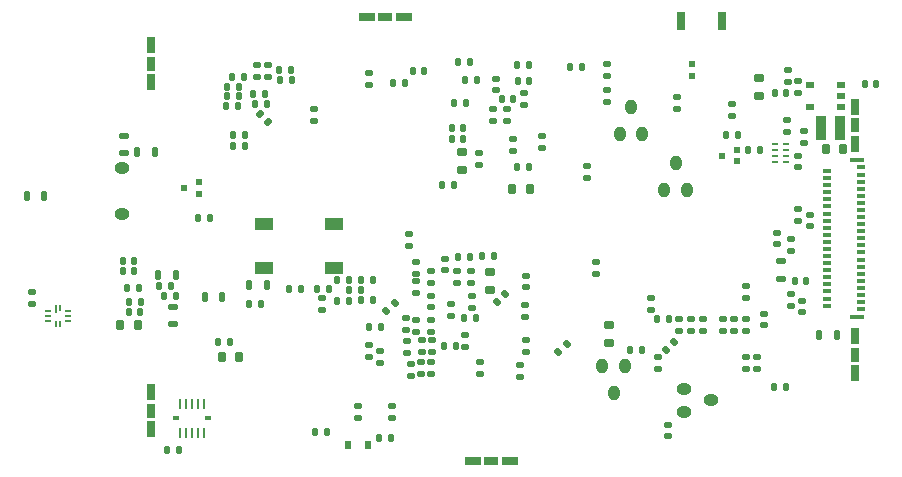
<source format=gbp>
G04*
G04 #@! TF.GenerationSoftware,Altium Limited,Altium Designer,22.2.1 (43)*
G04*
G04 Layer_Color=128*
%FSLAX25Y25*%
%MOIN*%
G70*
G04*
G04 #@! TF.SameCoordinates,78EA78F8-FF88-446E-916A-2EA80F8DE5DB*
G04*
G04*
G04 #@! TF.FilePolarity,Positive*
G04*
G01*
G75*
%ADD26R,0.02362X0.01969*%
G04:AMPARAMS|DCode=27|XSize=23.62mil|YSize=19.68mil|CornerRadius=3.94mil|HoleSize=0mil|Usage=FLASHONLY|Rotation=90.000|XOffset=0mil|YOffset=0mil|HoleType=Round|Shape=RoundedRectangle|*
%AMROUNDEDRECTD27*
21,1,0.02362,0.01181,0,0,90.0*
21,1,0.01575,0.01968,0,0,90.0*
1,1,0.00787,0.00591,0.00787*
1,1,0.00787,0.00591,-0.00787*
1,1,0.00787,-0.00591,-0.00787*
1,1,0.00787,-0.00591,0.00787*
%
%ADD27ROUNDEDRECTD27*%
%ADD33R,0.02559X0.01181*%
G04:AMPARAMS|DCode=34|XSize=23.62mil|YSize=19.68mil|CornerRadius=3.94mil|HoleSize=0mil|Usage=FLASHONLY|Rotation=180.000|XOffset=0mil|YOffset=0mil|HoleType=Round|Shape=RoundedRectangle|*
%AMROUNDEDRECTD34*
21,1,0.02362,0.01181,0,0,180.0*
21,1,0.01575,0.01968,0,0,180.0*
1,1,0.00787,-0.00787,0.00591*
1,1,0.00787,0.00787,0.00591*
1,1,0.00787,0.00787,-0.00591*
1,1,0.00787,-0.00787,-0.00591*
%
%ADD34ROUNDEDRECTD34*%
%ADD36R,0.03150X0.05512*%
%ADD37R,0.03150X0.04921*%
%ADD38R,0.05512X0.03150*%
%ADD39R,0.04921X0.03150*%
%ADD55R,0.01968X0.02362*%
%ADD64R,0.04528X0.01181*%
%ADD65R,0.03150X0.01181*%
G04:AMPARAMS|DCode=66|XSize=31.5mil|YSize=19.68mil|CornerRadius=2.76mil|HoleSize=0mil|Usage=FLASHONLY|Rotation=180.000|XOffset=0mil|YOffset=0mil|HoleType=Round|Shape=RoundedRectangle|*
%AMROUNDEDRECTD66*
21,1,0.03150,0.01417,0,0,180.0*
21,1,0.02598,0.01968,0,0,180.0*
1,1,0.00551,-0.01299,0.00709*
1,1,0.00551,0.01299,0.00709*
1,1,0.00551,0.01299,-0.00709*
1,1,0.00551,-0.01299,-0.00709*
%
%ADD66ROUNDEDRECTD66*%
G04:AMPARAMS|DCode=67|XSize=31.5mil|YSize=19.68mil|CornerRadius=2.76mil|HoleSize=0mil|Usage=FLASHONLY|Rotation=270.000|XOffset=0mil|YOffset=0mil|HoleType=Round|Shape=RoundedRectangle|*
%AMROUNDEDRECTD67*
21,1,0.03150,0.01417,0,0,270.0*
21,1,0.02598,0.01968,0,0,270.0*
1,1,0.00551,-0.00709,-0.01299*
1,1,0.00551,-0.00709,0.01299*
1,1,0.00551,0.00709,0.01299*
1,1,0.00551,0.00709,-0.01299*
%
%ADD67ROUNDEDRECTD67*%
G04:AMPARAMS|DCode=68|XSize=23.62mil|YSize=19.68mil|CornerRadius=3.94mil|HoleSize=0mil|Usage=FLASHONLY|Rotation=45.000|XOffset=0mil|YOffset=0mil|HoleType=Round|Shape=RoundedRectangle|*
%AMROUNDEDRECTD68*
21,1,0.02362,0.01181,0,0,45.0*
21,1,0.01575,0.01968,0,0,45.0*
1,1,0.00787,0.00974,0.00139*
1,1,0.00787,-0.00139,-0.00974*
1,1,0.00787,-0.00974,-0.00139*
1,1,0.00787,0.00139,0.00974*
%
%ADD68ROUNDEDRECTD68*%
G04:AMPARAMS|DCode=69|XSize=35.43mil|YSize=23.62mil|CornerRadius=4.72mil|HoleSize=0mil|Usage=FLASHONLY|Rotation=270.000|XOffset=0mil|YOffset=0mil|HoleType=Round|Shape=RoundedRectangle|*
%AMROUNDEDRECTD69*
21,1,0.03543,0.01417,0,0,270.0*
21,1,0.02598,0.02362,0,0,270.0*
1,1,0.00945,-0.00709,-0.01299*
1,1,0.00945,-0.00709,0.01299*
1,1,0.00945,0.00709,0.01299*
1,1,0.00945,0.00709,-0.01299*
%
%ADD69ROUNDEDRECTD69*%
%ADD71R,0.03346X0.07874*%
G04:AMPARAMS|DCode=72|XSize=35.43mil|YSize=23.62mil|CornerRadius=4.72mil|HoleSize=0mil|Usage=FLASHONLY|Rotation=180.000|XOffset=0mil|YOffset=0mil|HoleType=Round|Shape=RoundedRectangle|*
%AMROUNDEDRECTD72*
21,1,0.03543,0.01417,0,0,180.0*
21,1,0.02598,0.02362,0,0,180.0*
1,1,0.00945,-0.01299,0.00709*
1,1,0.00945,0.01299,0.00709*
1,1,0.00945,0.01299,-0.00709*
1,1,0.00945,-0.01299,-0.00709*
%
%ADD72ROUNDEDRECTD72*%
%ADD154O,0.05000X0.04000*%
%ADD155O,0.04000X0.05000*%
G04:AMPARAMS|DCode=156|XSize=23.62mil|YSize=19.68mil|CornerRadius=3.94mil|HoleSize=0mil|Usage=FLASHONLY|Rotation=315.000|XOffset=0mil|YOffset=0mil|HoleType=Round|Shape=RoundedRectangle|*
%AMROUNDEDRECTD156*
21,1,0.02362,0.01181,0,0,315.0*
21,1,0.01575,0.01968,0,0,315.0*
1,1,0.00787,0.00139,-0.00974*
1,1,0.00787,-0.00974,0.00139*
1,1,0.00787,-0.00139,0.00974*
1,1,0.00787,0.00974,-0.00139*
%
%ADD156ROUNDEDRECTD156*%
%ADD158R,0.02224X0.00787*%
%ADD159R,0.00984X0.03248*%
%ADD160R,0.01870X0.01181*%
%ADD161R,0.05906X0.04134*%
%ADD162R,0.03150X0.02362*%
%ADD163R,0.02217X0.00866*%
%ADD164R,0.00866X0.02217*%
%ADD165R,0.00866X0.02610*%
%ADD166R,0.02362X0.03150*%
%ADD167R,0.03150X0.06299*%
%ADD168O,0.05000X0.04000*%
D26*
X72579Y94051D02*
D03*
X67461Y96020D02*
D03*
X72579Y97989D02*
D03*
X246761Y106880D02*
D03*
X251879Y108849D02*
D03*
Y104911D02*
D03*
D27*
X259629Y108800D02*
D03*
X94459Y127297D02*
D03*
X90522D02*
D03*
X225276Y52323D02*
D03*
X61992Y8760D02*
D03*
X65929D02*
D03*
X255692Y108800D02*
D03*
X271102Y65116D02*
D03*
X82992Y44826D02*
D03*
X79055D02*
D03*
X220315Y42165D02*
D03*
X216378D02*
D03*
X252150Y113820D02*
D03*
X248213D02*
D03*
X93268Y57480D02*
D03*
X89331D02*
D03*
X76260Y86221D02*
D03*
X72323D02*
D03*
X53307Y57992D02*
D03*
X49370D02*
D03*
X49092Y54580D02*
D03*
X53029D02*
D03*
X59324Y63472D02*
D03*
X63261D02*
D03*
X51024Y68347D02*
D03*
X47087D02*
D03*
X52480Y62598D02*
D03*
X48543D02*
D03*
X60905Y59921D02*
D03*
X64842D02*
D03*
X115959Y62497D02*
D03*
X112022D02*
D03*
X102722D02*
D03*
X106659D02*
D03*
X51024Y71750D02*
D03*
X47087D02*
D03*
X115315Y14724D02*
D03*
X111378D02*
D03*
X136609Y12637D02*
D03*
X132672D02*
D03*
X133259Y49797D02*
D03*
X129322D02*
D03*
X122436Y58371D02*
D03*
X118499D02*
D03*
X118654Y65329D02*
D03*
X122591D02*
D03*
X126423Y62164D02*
D03*
X122486D02*
D03*
X126465Y65523D02*
D03*
X130402D02*
D03*
X126480Y58853D02*
D03*
X130418D02*
D03*
X87822Y110197D02*
D03*
X83885D02*
D03*
X87822Y113697D02*
D03*
X83885D02*
D03*
X85659Y123331D02*
D03*
X81722D02*
D03*
X91222Y123997D02*
D03*
X95159D02*
D03*
X85759Y126664D02*
D03*
X81822D02*
D03*
X85759Y129897D02*
D03*
X81822D02*
D03*
X87559Y133197D02*
D03*
X83622D02*
D03*
X141176Y130997D02*
D03*
X137239D02*
D03*
X103447Y132126D02*
D03*
X99510D02*
D03*
X103247Y135526D02*
D03*
X99310D02*
D03*
X158189Y43268D02*
D03*
X154252D02*
D03*
X161022Y52797D02*
D03*
X164959D02*
D03*
X268150Y29685D02*
D03*
X264213D02*
D03*
X162776Y72997D02*
D03*
X158839D02*
D03*
X157429Y97220D02*
D03*
X153491D02*
D03*
X160676Y112497D02*
D03*
X156739D02*
D03*
X160676Y115997D02*
D03*
X156739D02*
D03*
X178643Y103223D02*
D03*
X182580D02*
D03*
X157631Y124497D02*
D03*
X161568D02*
D03*
X161131Y131997D02*
D03*
X165068D02*
D03*
X143735Y135097D02*
D03*
X147672D02*
D03*
X162942Y137997D02*
D03*
X159005D02*
D03*
X177376Y125597D02*
D03*
X173439D02*
D03*
X178659Y137023D02*
D03*
X182596D02*
D03*
X182680Y131623D02*
D03*
X178743D02*
D03*
X268354Y127815D02*
D03*
X264417D02*
D03*
X196131Y136497D02*
D03*
X200068D02*
D03*
X294449Y130827D02*
D03*
X298386D02*
D03*
X166831Y73497D02*
D03*
X170768D02*
D03*
X229213Y52323D02*
D03*
X275039Y65116D02*
D03*
D33*
X281929Y63943D02*
D03*
Y59219D02*
D03*
Y61581D02*
D03*
Y56856D02*
D03*
X281931Y71030D02*
D03*
Y94652D02*
D03*
Y87565D02*
D03*
Y68668D02*
D03*
Y66306D02*
D03*
Y75754D02*
D03*
Y73392D02*
D03*
Y78116D02*
D03*
Y80478D02*
D03*
Y85203D02*
D03*
Y82840D02*
D03*
Y92289D02*
D03*
Y89927D02*
D03*
Y99376D02*
D03*
Y97014D02*
D03*
Y101738D02*
D03*
D34*
X268448Y114764D02*
D03*
X272355Y106843D02*
D03*
X150001Y52106D02*
D03*
Y48169D02*
D03*
X260975Y54213D02*
D03*
X255050Y39732D02*
D03*
X258672Y39771D02*
D03*
X223110Y55471D02*
D03*
X181575Y45415D02*
D03*
X268448Y118701D02*
D03*
X272355Y102906D02*
D03*
X181391Y56966D02*
D03*
X204820Y67301D02*
D03*
X247389Y48307D02*
D03*
X240669Y48386D02*
D03*
X236693Y48465D02*
D03*
X255039Y48346D02*
D03*
X250995Y48307D02*
D03*
X225590Y39724D02*
D03*
Y35787D02*
D03*
X265158Y77284D02*
D03*
Y81221D02*
D03*
X273727Y54616D02*
D03*
Y58553D02*
D03*
X254894Y63307D02*
D03*
Y59370D02*
D03*
X270000Y75079D02*
D03*
Y79016D02*
D03*
X181575Y41478D02*
D03*
X161334Y43027D02*
D03*
Y46964D02*
D03*
X250276Y123976D02*
D03*
Y120039D02*
D03*
X272173Y85203D02*
D03*
Y89140D02*
D03*
X276299Y83234D02*
D03*
Y87171D02*
D03*
X113591Y59434D02*
D03*
Y55497D02*
D03*
X125601Y23336D02*
D03*
Y19399D02*
D03*
X129241Y43747D02*
D03*
Y39810D02*
D03*
X132791Y41766D02*
D03*
Y37829D02*
D03*
X136991Y23436D02*
D03*
Y19499D02*
D03*
X141496Y52715D02*
D03*
Y48778D02*
D03*
X141732Y44998D02*
D03*
Y41061D02*
D03*
X16772Y57559D02*
D03*
Y61496D02*
D03*
X142491Y76819D02*
D03*
Y80756D02*
D03*
X110991Y122266D02*
D03*
Y118329D02*
D03*
X91746Y133118D02*
D03*
Y137055D02*
D03*
X129291Y130529D02*
D03*
Y134466D02*
D03*
X95591Y133129D02*
D03*
Y137066D02*
D03*
X149960Y37966D02*
D03*
Y34029D02*
D03*
X150303Y45266D02*
D03*
Y41329D02*
D03*
X143282Y37324D02*
D03*
Y33387D02*
D03*
X146491Y34029D02*
D03*
Y37966D02*
D03*
X146903Y45370D02*
D03*
Y41433D02*
D03*
X145003Y52062D02*
D03*
Y48125D02*
D03*
X144755Y61141D02*
D03*
Y65078D02*
D03*
X149900Y64419D02*
D03*
Y68356D02*
D03*
X149907Y60209D02*
D03*
Y56272D02*
D03*
X144791Y71466D02*
D03*
Y67529D02*
D03*
X156680Y53476D02*
D03*
Y57413D02*
D03*
X154449Y72557D02*
D03*
Y68620D02*
D03*
X179507Y37060D02*
D03*
Y33123D02*
D03*
X166360Y37900D02*
D03*
Y33963D02*
D03*
X228976Y13240D02*
D03*
Y17177D02*
D03*
X236693Y52402D02*
D03*
X232716Y52284D02*
D03*
Y48346D02*
D03*
X181391Y53029D02*
D03*
X240669Y52323D02*
D03*
X247389Y52244D02*
D03*
X260975Y50276D02*
D03*
X250995Y52244D02*
D03*
X255039Y52284D02*
D03*
X255050Y35795D02*
D03*
X158531Y68416D02*
D03*
Y64479D02*
D03*
X165931Y107716D02*
D03*
Y103779D02*
D03*
X170603Y122370D02*
D03*
Y118433D02*
D03*
X175349Y122439D02*
D03*
Y118501D02*
D03*
X171550Y128582D02*
D03*
Y132518D02*
D03*
X177111Y112492D02*
D03*
Y108555D02*
D03*
X181011Y123855D02*
D03*
Y127792D02*
D03*
X201903Y103270D02*
D03*
Y99333D02*
D03*
X186903Y113466D02*
D03*
Y109529D02*
D03*
X208403Y124725D02*
D03*
Y128662D02*
D03*
X269951Y60682D02*
D03*
Y56745D02*
D03*
X268837Y135385D02*
D03*
Y131448D02*
D03*
X231850Y122362D02*
D03*
Y126299D02*
D03*
X208403Y137270D02*
D03*
Y133333D02*
D03*
X272165Y127717D02*
D03*
Y131653D02*
D03*
X274174Y111134D02*
D03*
Y115071D02*
D03*
X163231Y68316D02*
D03*
Y64379D02*
D03*
X163431Y60116D02*
D03*
Y56179D02*
D03*
X181403Y62925D02*
D03*
Y66862D02*
D03*
X223110Y59407D02*
D03*
X258672Y35834D02*
D03*
X204820Y71238D02*
D03*
D36*
X56520Y131378D02*
D03*
Y143622D02*
D03*
X56520Y15764D02*
D03*
Y28008D02*
D03*
X291339Y34429D02*
D03*
Y46673D02*
D03*
Y110807D02*
D03*
Y123051D02*
D03*
D37*
X56520Y137500D02*
D03*
X56520Y21886D02*
D03*
X291339Y40551D02*
D03*
Y116929D02*
D03*
D38*
X176161Y5098D02*
D03*
X163917D02*
D03*
X140740Y152980D02*
D03*
X128496D02*
D03*
D39*
X170039Y5098D02*
D03*
X134618Y152980D02*
D03*
D55*
X237060Y137389D02*
D03*
Y133451D02*
D03*
D64*
X291772Y53116D02*
D03*
Y105478D02*
D03*
D65*
X293252Y55675D02*
D03*
Y62762D02*
D03*
Y60400D02*
D03*
Y58038D02*
D03*
X293250Y79297D02*
D03*
Y95833D02*
D03*
Y102919D02*
D03*
Y65124D02*
D03*
Y69849D02*
D03*
Y67486D02*
D03*
Y76935D02*
D03*
Y74573D02*
D03*
Y72211D02*
D03*
Y86384D02*
D03*
Y84022D02*
D03*
Y81660D02*
D03*
Y93471D02*
D03*
Y91108D02*
D03*
Y88746D02*
D03*
Y100557D02*
D03*
Y98195D02*
D03*
D66*
X63882Y50566D02*
D03*
Y56471D02*
D03*
X47480Y113543D02*
D03*
Y107638D02*
D03*
X266496Y65715D02*
D03*
Y71621D02*
D03*
D67*
X21024Y93504D02*
D03*
X15118D02*
D03*
X279370Y47087D02*
D03*
X285276D02*
D03*
X64772Y67226D02*
D03*
X58867D02*
D03*
X74410Y59567D02*
D03*
X80315D02*
D03*
X95276Y63819D02*
D03*
X89370D02*
D03*
X57795Y107992D02*
D03*
X51890D02*
D03*
D68*
X95540Y118066D02*
D03*
X92757Y120850D02*
D03*
D69*
X86024Y39646D02*
D03*
X80118D02*
D03*
X46187Y50500D02*
D03*
X52093D02*
D03*
X182964Y95623D02*
D03*
X177058D02*
D03*
X281407Y109000D02*
D03*
X287313D02*
D03*
D71*
X286282Y115928D02*
D03*
X279786D02*
D03*
D72*
X209275Y50400D02*
D03*
X160250Y102225D02*
D03*
Y108130D02*
D03*
X259291Y126890D02*
D03*
Y132795D02*
D03*
X169511Y62174D02*
D03*
Y68080D02*
D03*
X209275Y44495D02*
D03*
D154*
X234270Y29020D02*
D03*
Y21520D02*
D03*
X243270Y25270D02*
D03*
D155*
X227667Y95264D02*
D03*
X235167D02*
D03*
X212890Y114220D02*
D03*
X220390D02*
D03*
X214510Y36760D02*
D03*
X207010D02*
D03*
X231417Y104264D02*
D03*
X210760Y27760D02*
D03*
X216640Y123220D02*
D03*
D156*
X134966Y55104D02*
D03*
X137750Y57888D02*
D03*
X230880Y44738D02*
D03*
X195082Y44146D02*
D03*
X192299Y41362D02*
D03*
X228096Y41954D02*
D03*
X171879Y58085D02*
D03*
X174662Y60869D02*
D03*
D158*
X264590Y106816D02*
D03*
X268330Y108784D02*
D03*
Y110753D02*
D03*
Y106816D02*
D03*
X264590Y108784D02*
D03*
Y110753D02*
D03*
Y104847D02*
D03*
X268330D02*
D03*
D159*
X66344Y14445D02*
D03*
X68312D02*
D03*
X72250D02*
D03*
X74218D02*
D03*
X68312Y24209D02*
D03*
X70281D02*
D03*
X74218D02*
D03*
X70281Y14445D02*
D03*
X66344Y24209D02*
D03*
X72250D02*
D03*
D160*
X64965Y19327D02*
D03*
X75596D02*
D03*
D161*
X117714Y69315D02*
D03*
X94092D02*
D03*
Y84079D02*
D03*
X117714D02*
D03*
D162*
X286455Y126718D02*
D03*
X276219Y122978D02*
D03*
X286455D02*
D03*
X276219Y130458D02*
D03*
X286455D02*
D03*
D163*
X22264Y54961D02*
D03*
Y53386D02*
D03*
Y51811D02*
D03*
X28917Y53386D02*
D03*
Y54961D02*
D03*
Y51811D02*
D03*
D164*
X26378Y55925D02*
D03*
X26378Y50846D02*
D03*
X24803D02*
D03*
D165*
Y55728D02*
D03*
D166*
X122184Y10297D02*
D03*
X128877D02*
D03*
D167*
X246754Y151894D02*
D03*
X233368D02*
D03*
D168*
X47047Y102630D02*
D03*
Y87528D02*
D03*
M02*

</source>
